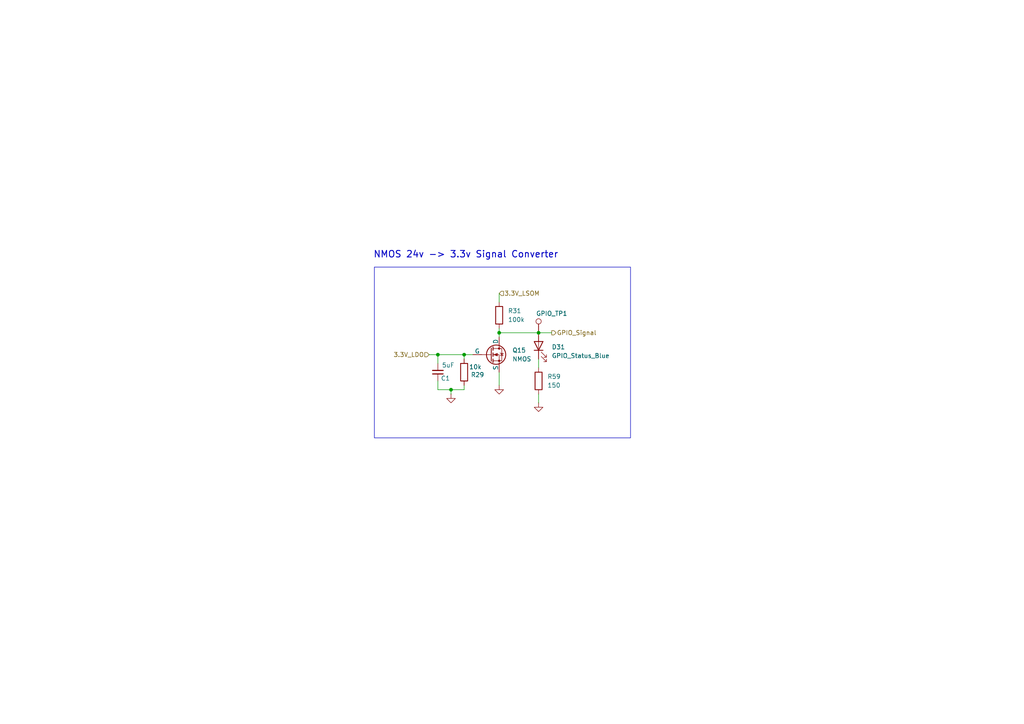
<source format=kicad_sch>
(kicad_sch (version 20250114) (generator "eeschema") (generator_version "9.0")
  (paper "A4")
  (lib_symbols
    (symbol "Connector:TestPoint" (pin_numbers (hide yes)) (pin_names (offset 0.762) (hide yes))
      (property "Reference" "TP" (at 0 6.858 0))
      (property "Value" "TestPoint" (at 0 5.08 0))
      (symbol "TestPoint_0_1"
        (circle (center 0 3.302) (radius 0.762))
      )
      (symbol "TestPoint_1_1"
        (pin passive line (at 0 0 90) (length 2.54) (name "1") (number "1"))
      )
    )
    (symbol "Device:C_Small" (pin_numbers (hide yes)) (pin_names (offset 0.254) (hide yes))
      (property "Reference" "C" (at 0.254 1.778 0))
      (property "Value" "C_Small" (at 0.254 -2.032 0))
      (symbol "C_Small_0_1"
        (polyline (pts (xy -1.524 0.508) (xy 1.524 0.508)) (stroke (width 0.3048)))
        (polyline (pts (xy -1.524 -0.508) (xy 1.524 -0.508)) (stroke (width 0.3302)))
      )
      (symbol "C_Small_1_1"
        (pin passive line (at 0 2.54 270) (length 2.032) (name "~") (number "1"))
        (pin passive line (at 0 -2.54 90) (length 2.032) (name "~") (number "2"))
      )
    )
    (symbol "Device:LED" (pin_numbers (hide yes)) (pin_names (offset 1.016) (hide yes))
      (property "Reference" "D" (at 0 2.54 0))
      (property "Value" "LED" (at 0 -2.54 0))
      (symbol "LED_0_1"
        (polyline (pts (xy -3.048 -0.762) (xy -4.572 -2.286) (xy -3.81 -2.286) (xy -4.572 -2.286) (xy -4.572 -1.524)))
        (polyline (pts (xy -1.778 -0.762) (xy -3.302 -2.286) (xy -2.54 -2.286) (xy -3.302 -2.286) (xy -3.302 -1.524)))
        (polyline (pts (xy -1.27 0) (xy 1.27 0)))
        (polyline (pts (xy -1.27 -1.27) (xy -1.27 1.27)) (stroke (width 0.254)))
        (polyline (pts (xy 1.27 -1.27) (xy 1.27 1.27) (xy -1.27 0) (xy 1.27 -1.27)) (stroke (width 0.254)))
      )
      (symbol "LED_1_1"
        (pin passive line (at -3.81 0 0) (length 2.54) (name "K") (number "1"))
        (pin passive line (at 3.81 0 180) (length 2.54) (name "A") (number "2"))
      )
    )
    (symbol "Device:R" (pin_numbers (hide yes)) (pin_names (offset 0))
      (property "Reference" "R" (at 2.032 0 90))
      (property "Value" "R" (at 0 0 90))
      (symbol "R_0_1"
        (rectangle (start -1.016 -2.54) (end 1.016 2.54) (stroke (width 0.254)))
      )
      (symbol "R_1_1"
        (pin passive line (at 0 3.81 270) (length 1.27) (name "~") (number "1"))
        (pin passive line (at 0 -3.81 90) (length 1.27) (name "~") (number "2"))
      )
    )
    (symbol "Simulation_SPICE:NMOS" (pin_numbers (hide yes)) (pin_names (offset 0))
      (property "Reference" "Q" (at 5.08 1.27 0))
      (property "Value" "NMOS" (at 5.08 -1.27 0))
      (symbol "NMOS_0_1"
        (polyline (pts (xy 0.254 1.905) (xy 0.254 -1.905)) (stroke (width 0.254)))
        (polyline (pts (xy 0.254 0) (xy -2.54 0)))
        (polyline (pts (xy 0.762 2.286) (xy 0.762 1.27)) (stroke (width 0.254)))
        (polyline (pts (xy 0.762 0.508) (xy 0.762 -0.508)) (stroke (width 0.254)))
        (polyline (pts (xy 0.762 -1.27) (xy 0.762 -2.286)) (stroke (width 0.254)))
        (polyline (pts (xy 0.762 -1.778) (xy 3.302 -1.778) (xy 3.302 1.778) (xy 0.762 1.778)))
        (polyline (pts (xy 1.016 0) (xy 2.032 0.381) (xy 2.032 -0.381) (xy 1.016 0)) (fill (type outline)))
        (circle (center 1.651 0) (radius 2.794) (stroke (width 0.254)))
        (polyline (pts (xy 2.54 2.54) (xy 2.54 1.778)))
        (circle (center 2.54 1.778) (radius 0.254) (fill (type outline)))
        (circle (center 2.54 -1.778) (radius 0.254) (fill (type outline)))
        (polyline (pts (xy 2.54 -2.54) (xy 2.54 0) (xy 0.762 0)))
        (polyline (pts (xy 2.794 0.508) (xy 2.921 0.381) (xy 3.683 0.381) (xy 3.81 0.254)))
        (polyline (pts (xy 3.302 0.381) (xy 2.921 -0.254) (xy 3.683 -0.254) (xy 3.302 0.381)))
      )
      (symbol "NMOS_1_1"
        (pin input line (at -5.08 0 0) (length 2.54) (name "G") (number "2"))
        (pin passive line (at 2.54 5.08 270) (length 2.54) (name "D") (number "1"))
        (pin passive line (at 2.54 -5.08 90) (length 2.54) (name "S") (number "3"))
      )
    )
    (symbol "power:GND" (power) (pin_numbers (hide yes)) (pin_names (offset 0) (hide yes))
      (property "Value" "GND" (at 0 -3.81 0))
      (symbol "GND_0_1"
        (polyline (pts (xy 0 0) (xy 0 -1.27) (xy 1.27 -1.27) (xy 0 -2.54) (xy -1.27 -1.27) (xy 0 -1.27)))
      )
      (symbol "GND_1_1"
        (pin power_in line (at 0 0 270) (length 0) (name "~") (number "1"))
      )
    )
  )
  (rectangle (start 108.585 77.47) (end 182.88 127))
  (text "NMOS 24v -> 3.3v Signal Converter" (at 135.128 73.914 0) (effects (font (size 1.905 1.905) (thickness 0.254) (bold yes))))
  (junction (at 156.21 96.52))
  (junction (at 134.62 102.87))
  (junction (at 130.81 113.03))
  (junction (at 144.78 96.52))
  (junction (at 127 102.87))
  (wire (pts (xy 156.21 96.52) (xy 160.02 96.52)))
  (wire (pts (xy 156.21 104.14) (xy 156.21 106.68)))
  (wire (pts (xy 127 102.87) (xy 127 105.41)))
  (wire (pts (xy 144.78 107.95) (xy 144.78 111.76)))
  (wire (pts (xy 144.78 96.52) (xy 156.21 96.52)))
  (wire (pts (xy 156.21 114.3) (xy 156.21 116.84)))
  (wire (pts (xy 144.78 96.52) (xy 144.78 97.79)))
  (wire (pts (xy 134.62 111.76) (xy 134.62 113.03)))
  (wire (pts (xy 144.78 95.25) (xy 144.78 96.52)))
  (wire (pts (xy 127 113.03) (xy 130.81 113.03)))
  (wire (pts (xy 124.46 102.87) (xy 127 102.87)))
  (wire (pts (xy 144.78 85.09) (xy 144.78 87.63)))
  (wire (pts (xy 127 113.03) (xy 127 110.49)))
  (wire (pts (xy 134.62 102.87) (xy 134.62 104.14)))
  (wire (pts (xy 130.81 113.03) (xy 134.62 113.03)))
  (wire (pts (xy 130.81 114.3) (xy 130.81 113.03)))
  (wire (pts (xy 134.62 102.87) (xy 137.16 102.87)))
  (wire (pts (xy 127 102.87) (xy 134.62 102.87)))
  (hierarchical_label "3.3V_LDO" (shape input) (at 124.46 102.87 180))
  (hierarchical_label "3.3V_LSOM" (shape input) (at 144.78 85.09 0))
  (hierarchical_label "GPIO_Signal" (shape output) (at 160.02 96.52 0))
  (symbol (lib_id "power:GND") (at 156.21 116.84 0) (unit 1)
    (property "Reference" "#PWR049" (effects (hide yes)))
    (property "Value" "GND" (effects (hide yes)))
    (property "Description" "Power symbol creates a global label with name \"GND\" , ground" (effects (hide yes)))
    (instances (project "ControlsLeader_PCB" (path "" (reference "#PWR049") (unit 1)) (path "" (reference "#PWR087") (unit 1)) (path "" (reference "#PWR086") (unit 1)) (path "" (reference "#PWR088") (unit 1)) (path "" (reference "#PWR083") (unit 1)) (path "" (reference "#PWR073") (unit 1)) (path "" (reference "#PWR055") (unit 1)) (path "" (reference "#PWR061") (unit 1)) (path "" (reference "#PWR084") (unit 1)) (path "" (reference "#PWR059") (unit 1)) (path "" (reference "#PWR068") (unit 1)) (path "" (reference "#PWR056") (unit 1)) (path "" (reference "#PWR085") (unit 1)) (path "" (reference "#PWR082") (unit 1))))
  )
  (symbol (lib_id "power:GND") (at 144.78 111.76 0) (unit 1)
    (property "Reference" "#PWR072" (effects (hide yes)))
    (property "Value" "GND" (effects (hide yes)))
    (property "Description" "Power symbol creates a global label with name \"GND\" , ground" (effects (hide yes)))
    (instances (project "ControlsLeader_PCB" (path "" (reference "#PWR072") (unit 1)) (path "" (reference "#PWR024") (unit 1)) (path "" (reference "#PWR022") (unit 1)) (path "" (reference "#PWR025") (unit 1)) (path "" (reference "#PWR011") (unit 1)) (path "" (reference "#PWR015") (unit 1)) (path "" (reference "#PWR035") (unit 1)) (path "" (reference "#PWR07") (unit 1)) (path "" (reference "#PWR017") (unit 1)) (path "" (reference "#PWR038") (unit 1)) (path "" (reference "#PWR010") (unit 1)) (path "" (reference "#PWR034") (unit 1)) (path "" (reference "#PWR020") (unit 1)) (path "" (reference "#PWR016") (unit 1))))
  )
  (symbol (lib_id "Device:C_Small") (at 127 107.95 180) (unit 1)
    (property "Reference" "C1" (at 130.556 109.728 0) (effects (justify left)))
    (property "Value" "5uF" (at 131.826 105.918 0) (effects (justify left)))
    (property "Footprint" "Capacitor_SMD:C_0603_1608Metric_Pad1.08x0.95mm_HandSolder" (effects (hide yes)))
    (property "Description" "Unpolarized capacitor, small symbol" (effects (hide yes)))
    (property "P/N" "C0805C103J5RACTU" (effects (hide yes)))
    (instances (project "ControlsLeader_PCB" (path "" (reference "C1") (unit 1)) (path "" (reference "C2") (unit 1)) (path "" (reference "C13") (unit 1)) (path "" (reference "C14") (unit 1)) (path "" (reference "C7") (unit 1)) (path "" (reference "C8") (unit 1)) (path "" (reference "C3") (unit 1)) (path "" (reference "C5") (unit 1)) (path "" (reference "C11") (unit 1)) (path "" (reference "C4") (unit 1)) (path "" (reference "C6") (unit 1)) (path "" (reference "C10") (unit 1)) (path "" (reference "C12") (unit 1)) (path "" (reference "C9") (unit 1))))
  )
  (symbol (lib_id "Device:R") (at 156.21 110.49 0) (unit 1)
    (property "Reference" "R59" (at 158.75 109.2199 0) (effects (justify left)))
    (property "Value" "150" (at 158.75 111.7599 0) (effects (justify left)))
    (property "Footprint" "Capacitor_SMD:C_0201_0603Metric_Pad0.64x0.40mm_HandSolder" (effects (hide yes)))
    (property "Description" "Resistor" (effects (hide yes)))
    (instances (project "ControlsLeader_PCB" (path "" (reference "R59") (unit 1)) (path "" (reference "R71") (unit 1)) (path "" (reference "R70") (unit 1)) (path "" (reference "R72") (unit 1)) (path "" (reference "R67") (unit 1)) (path "" (reference "R65") (unit 1)) (path "" (reference "R60") (unit 1)) (path "" (reference "R63") (unit 1)) (path "" (reference "R68") (unit 1)) (path "" (reference "R62") (unit 1)) (path "" (reference "R64") (unit 1)) (path "" (reference "R61") (unit 1)) (path "" (reference "R69") (unit 1)) (path "" (reference "R66") (unit 1))))
  )
  (symbol (lib_id "Simulation_SPICE:NMOS") (at 142.24 102.87 0) (unit 1)
    (property "Reference" "Q15" (at 148.59 101.5999 0) (effects (justify left)))
    (property "Value" "NMOS" (at 148.59 104.1399 0) (effects (justify left)))
    (property "Datasheet" "https://ngspice.sourceforge.io/docs/ngspice-html-manual/manual.xhtml#cha_MOSFETs" (effects (hide yes)))
    (property "Description" "N-MOSFET transistor, drain/source/gate" (effects (hide yes)))
    (property "Sim.Device" "NMOS" (effects (hide yes)))
    (property "Sim.Type" "VDMOS" (effects (hide yes)))
    (property "Sim.Pins" "1=D 2=G 3=S" (effects (hide yes)))
    (instances (project "ControlsLeader_PCB" (path "" (reference "Q15") (unit 1)) (path "" (reference "Q5") (unit 1)) (path "" (reference "Q9") (unit 1)) (path "" (reference "Q2") (unit 1)) (path "" (reference "Q1") (unit 1)) (path "" (reference "Q14") (unit 1)) (path "" (reference "Q8") (unit 1)) (path "" (reference "Q12") (unit 1)) (path "" (reference "Q4") (unit 1)) (path "" (reference "Q10") (unit 1)) (path "" (reference "Q13") (unit 1)) (path "" (reference "Q11") (unit 1)) (path "" (reference "Q7") (unit 1)) (path "" (reference "Q3") (unit 1))))
  )
  (symbol (lib_id "Device:LED") (at 156.21 100.33 90) (unit 1)
    (property "Reference" "D31" (at 160.02 100.6474 90) (effects (justify right)))
    (property "Value" "GPIO_Status_Blue" (at 160.02 103.1874 90) (effects (justify right)))
    (property "Footprint" "LED_SMD:LED_0201_0603Metric_Pad0.64x0.40mm_HandSolder" (effects (hide yes)))
    (property "Description" "Light emitting diode" (effects (hide yes)))
    (property "Sim.Pins" "1=K 2=A" (effects (hide yes)))
    (instances (project "ControlsLeader_PCB" (path "" (reference "D31") (unit 1)) (path "" (reference "D43") (unit 1)) (path "" (reference "D42") (unit 1)) (path "" (reference "D44") (unit 1)) (path "" (reference "D39") (unit 1)) (path "" (reference "D37") (unit 1)) (path "" (reference "D32") (unit 1)) (path "" (reference "D35") (unit 1)) (path "" (reference "D40") (unit 1)) (path "" (reference "D34") (unit 1)) (path "" (reference "D36") (unit 1)) (path "" (reference "D33") (unit 1)) (path "" (reference "D41") (unit 1)) (path "" (reference "D38") (unit 1))))
  )
  (symbol (lib_id "Device:R") (at 144.78 91.44 0) (unit 1)
    (property "Reference" "R31" (at 147.32 90.1699 0) (effects (justify left)))
    (property "Value" "100k" (at 147.32 92.7099 0) (effects (justify left)))
    (property "Footprint" "Capacitor_SMD:C_0201_0603Metric_Pad0.64x0.40mm_HandSolder" (effects (hide yes)))
    (property "Description" "Resistor" (effects (hide yes)))
    (instances (project "ControlsLeader_PCB" (path "" (reference "R31") (unit 1)) (path "" (reference "R19") (unit 1)) (path "" (reference "R21") (unit 1)) (path "" (reference "R10") (unit 1)) (path "" (reference "R2") (unit 1)) (path "" (reference "R28") (unit 1)) (path "" (reference "R22") (unit 1)) (path "" (reference "R13") (unit 1)) (path "" (reference "R4") (unit 1)) (path "" (reference "R23") (unit 1)) (path "" (reference "R26") (unit 1)) (path "" (reference "R32") (unit 1)) (path "" (reference "R7") (unit 1)) (path "" (reference "R20") (unit 1))))
  )
  (symbol (lib_id "power:GND") (at 130.81 114.3 0) (unit 1)
    (property "Reference" "#PWR070" (effects (hide yes)))
    (property "Value" "GND" (effects (hide yes)))
    (property "Description" "Power symbol creates a global label with name \"GND\" , ground" (effects (hide yes)))
    (instances (project "ControlsLeader_PCB" (path "" (reference "#PWR070") (unit 1)) (path "" (reference "#PWR023") (unit 1)) (path "" (reference "#PWR021") (unit 1)) (path "" (reference "#PWR012") (unit 1)) (path "" (reference "#PWR09") (unit 1)) (path "" (reference "#PWR014") (unit 1)) (path "" (reference "#PWR018") (unit 1)) (path "" (reference "#PWR06") (unit 1)) (path "" (reference "#PWR013") (unit 1)) (path "" (reference "#PWR030") (unit 1)) (path "" (reference "#PWR08") (unit 1)) (path "" (reference "#PWR032") (unit 1)) (path "" (reference "#PWR019") (unit 1)) (path "" (reference "#PWR04") (unit 1))))
  )
  (symbol (lib_id "Device:R") (at 134.62 107.95 180) (unit 1)
    (property "Reference" "R29" (at 140.462 108.712 0) (effects (justify left)))
    (property "Value" "10k" (at 139.7 106.426 0) (effects (justify left)))
    (property "Footprint" "Capacitor_SMD:C_0201_0603Metric_Pad0.64x0.40mm_HandSolder" (effects (hide yes)))
    (property "Description" "Resistor" (effects (hide yes)))
    (property "P/N" "CRCW080510K0FKEAC" (effects (hide yes)))
    (instances (project "ControlsLeader_PCB" (path "" (reference "R29") (unit 1)) (path "" (reference "R18") (unit 1)) (path "" (reference "R8") (unit 1)) (path "" (reference "R9") (unit 1)) (path "" (reference "R1") (unit 1)) (path "" (reference "R27") (unit 1)) (path "" (reference "R15") (unit 1)) (path "" (reference "R12") (unit 1)) (path "" (reference "R3") (unit 1)) (path "" (reference "R14") (unit 1)) (path "" (reference "R25") (unit 1)) (path "" (reference "R24") (unit 1)) (path "" (reference "R6") (unit 1)) (path "" (reference "R5") (unit 1))))
  )
  (symbol (lib_id "Connector:TestPoint") (at 156.21 96.52 0) (unit 1)
    (property "Reference" "GPIO_TP1" (at 160.02 90.932 0))
    (property "Value" "TestPoint" (effects (hide yes)))
    (property "Footprint" "TestPoint:TestPoint_Pad_1.0x1.0mm" (effects (hide yes)))
    (property "Description" "test point" (effects (hide yes)))
    (instances (project "ControlsLeader_PCB" (path "" (reference "GPIO_TP1") (unit 1)) (path "" (reference "TP14") (unit 1)) (path "" (reference "TP13") (unit 1)) (path "" (reference "TP29") (unit 1)) (path "" (reference "TP10") (unit 1)) (path "" (reference "TP8") (unit 1)) (path "" (reference "TP3") (unit 1)) (path "" (reference "TP6") (unit 1)) (path "" (reference "TP11") (unit 1)) (path "" (reference "TP5") (unit 1)) (path "" (reference "TP7") (unit 1)) (path "" (reference "TP4") (unit 1)) (path "" (reference "TP12") (unit 1)) (path "" (reference "TP9") (unit 1))))
  )
)
</source>
